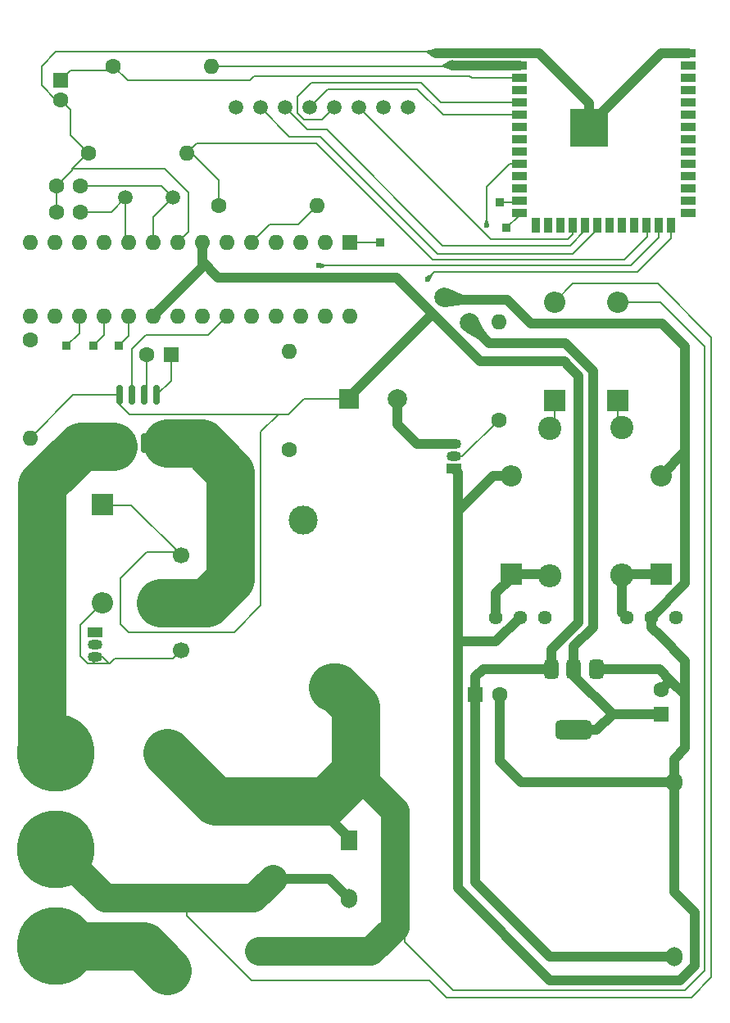
<source format=gbr>
%TF.GenerationSoftware,KiCad,Pcbnew,8.0.5*%
%TF.CreationDate,2024-10-29T06:52:38-03:00*%
%TF.ProjectId,WattSync,57617474-5379-46e6-932e-6b696361645f,rev?*%
%TF.SameCoordinates,Original*%
%TF.FileFunction,Copper,L1,Top*%
%TF.FilePolarity,Positive*%
%FSLAX46Y46*%
G04 Gerber Fmt 4.6, Leading zero omitted, Abs format (unit mm)*
G04 Created by KiCad (PCBNEW 8.0.5) date 2024-10-29 06:52:38*
%MOMM*%
%LPD*%
G01*
G04 APERTURE LIST*
G04 Aperture macros list*
%AMRoundRect*
0 Rectangle with rounded corners*
0 $1 Rounding radius*
0 $2 $3 $4 $5 $6 $7 $8 $9 X,Y pos of 4 corners*
0 Add a 4 corners polygon primitive as box body*
4,1,4,$2,$3,$4,$5,$6,$7,$8,$9,$2,$3,0*
0 Add four circle primitives for the rounded corners*
1,1,$1+$1,$2,$3*
1,1,$1+$1,$4,$5*
1,1,$1+$1,$6,$7*
1,1,$1+$1,$8,$9*
0 Add four rect primitives between the rounded corners*
20,1,$1+$1,$2,$3,$4,$5,0*
20,1,$1+$1,$4,$5,$6,$7,0*
20,1,$1+$1,$6,$7,$8,$9,0*
20,1,$1+$1,$8,$9,$2,$3,0*%
G04 Aperture macros list end*
%TA.AperFunction,ComponentPad*%
%ADD10C,1.500000*%
%TD*%
%TA.AperFunction,ComponentPad*%
%ADD11R,1.600000X1.600000*%
%TD*%
%TA.AperFunction,ComponentPad*%
%ADD12C,1.600000*%
%TD*%
%TA.AperFunction,ComponentPad*%
%ADD13R,0.850000X0.850000*%
%TD*%
%TA.AperFunction,ComponentPad*%
%ADD14R,1.500000X1.050000*%
%TD*%
%TA.AperFunction,ComponentPad*%
%ADD15O,1.500000X1.050000*%
%TD*%
%TA.AperFunction,ComponentPad*%
%ADD16O,1.600000X1.600000*%
%TD*%
%TA.AperFunction,ComponentPad*%
%ADD17R,2.200000X2.200000*%
%TD*%
%TA.AperFunction,ComponentPad*%
%ADD18O,2.200000X2.200000*%
%TD*%
%TA.AperFunction,SMDPad,CuDef*%
%ADD19RoundRect,0.375000X-0.375000X0.625000X-0.375000X-0.625000X0.375000X-0.625000X0.375000X0.625000X0*%
%TD*%
%TA.AperFunction,SMDPad,CuDef*%
%ADD20RoundRect,0.500000X-1.400000X0.500000X-1.400000X-0.500000X1.400000X-0.500000X1.400000X0.500000X0*%
%TD*%
%TA.AperFunction,ComponentPad*%
%ADD21C,2.400000*%
%TD*%
%TA.AperFunction,ComponentPad*%
%ADD22O,2.400000X2.400000*%
%TD*%
%TA.AperFunction,SMDPad,CuDef*%
%ADD23R,1.500000X0.900000*%
%TD*%
%TA.AperFunction,SMDPad,CuDef*%
%ADD24R,0.900000X1.500000*%
%TD*%
%TA.AperFunction,HeatsinkPad*%
%ADD25C,0.600000*%
%TD*%
%TA.AperFunction,SMDPad,CuDef*%
%ADD26R,3.900000X3.900000*%
%TD*%
%TA.AperFunction,CastellatedPad*%
%ADD27C,3.000000*%
%TD*%
%TA.AperFunction,ComponentPad*%
%ADD28C,3.000000*%
%TD*%
%TA.AperFunction,CastellatedPad*%
%ADD29C,1.700000*%
%TD*%
%TA.AperFunction,ComponentPad*%
%ADD30C,1.440000*%
%TD*%
%TA.AperFunction,ComponentPad*%
%ADD31R,2.000000X2.000000*%
%TD*%
%TA.AperFunction,ComponentPad*%
%ADD32C,2.000000*%
%TD*%
%TA.AperFunction,ComponentPad*%
%ADD33R,1.700000X2.000000*%
%TD*%
%TA.AperFunction,ComponentPad*%
%ADD34O,1.700000X2.000000*%
%TD*%
%TA.AperFunction,SMDPad,CuDef*%
%ADD35RoundRect,0.150000X0.150000X-0.825000X0.150000X0.825000X-0.150000X0.825000X-0.150000X-0.825000X0*%
%TD*%
%TA.AperFunction,ComponentPad*%
%ADD36C,8.000000*%
%TD*%
%TA.AperFunction,ComponentPad*%
%ADD37C,1.800000*%
%TD*%
%TA.AperFunction,CastellatedPad*%
%ADD38C,1.500000*%
%TD*%
%TA.AperFunction,ViaPad*%
%ADD39C,2.000000*%
%TD*%
%TA.AperFunction,ViaPad*%
%ADD40C,1.000000*%
%TD*%
%TA.AperFunction,ViaPad*%
%ADD41C,0.600000*%
%TD*%
%TA.AperFunction,Conductor*%
%ADD42C,1.000000*%
%TD*%
%TA.AperFunction,Conductor*%
%ADD43C,0.200000*%
%TD*%
%TA.AperFunction,Conductor*%
%ADD44C,5.000000*%
%TD*%
%TA.AperFunction,Conductor*%
%ADD45C,3.000000*%
%TD*%
G04 APERTURE END LIST*
D10*
%TO.P,Y1,1,1*%
%TO.N,Net-(U3-XTAL1{slash}PB6)*%
X83840000Y-52150000D03*
%TO.P,Y1,2,2*%
%TO.N,Net-(U3-XTAL2{slash}PB7)*%
X78960000Y-52150000D03*
%TD*%
D11*
%TO.P,C5,1*%
%TO.N,+3.3V*%
X134300000Y-105560000D03*
D12*
%TO.P,C5,2*%
%TO.N,GNDREF*%
X134300000Y-103060000D03*
%TD*%
D13*
%TO.P,RESET1,1,Pin_1*%
%TO.N,Net-(RESET1-Pin_1)*%
X105290000Y-56790000D03*
%TD*%
D14*
%TO.P,Q2,1,E*%
%TO.N,GNDREF*%
X75860000Y-97100000D03*
D15*
%TO.P,Q2,2,B*%
%TO.N,Net-(Q2-B)*%
X75860000Y-98370000D03*
%TO.P,Q2,3,C*%
%TO.N,Net-(D5-A)*%
X75860000Y-99640000D03*
%TD*%
D13*
%TO.P,17.1,1,Pin_1*%
%TO.N,Net-(17.1-Pin_1)*%
X72860000Y-67510000D03*
%TD*%
D12*
%TO.P,R6,1*%
%TO.N,Net-(Q1-B)*%
X117560000Y-75150000D03*
D16*
%TO.P,R6,2*%
%TO.N,Net-(U1-IO17)*%
X117560000Y-64990000D03*
%TD*%
D17*
%TO.P,D2,1,K*%
%TO.N,Net-(D2-K)*%
X134300000Y-91060000D03*
D18*
%TO.P,D2,2,A*%
%TO.N,GNDREF*%
X134300000Y-80900000D03*
%TD*%
D19*
%TO.P,U4,1,ADJ*%
%TO.N,GNDREF*%
X127600000Y-100910000D03*
%TO.P,U4,2,VO*%
%TO.N,+3.3V*%
X125300000Y-100910000D03*
D20*
X125300000Y-107210000D03*
D19*
%TO.P,U4,3,VI*%
%TO.N,+5V*%
X123000000Y-100910000D03*
%TD*%
D17*
%TO.P,D1,1,K*%
%TO.N,Net-(D1-K)*%
X118800000Y-91060000D03*
D18*
%TO.P,D1,2,A*%
%TO.N,GNDREF*%
X118800000Y-80900000D03*
%TD*%
D12*
%TO.P,R5,1*%
%TO.N,Net-(U1-EN)*%
X77720000Y-38560000D03*
D16*
%TO.P,R5,2*%
%TO.N,+3.3V*%
X87880000Y-38560000D03*
%TD*%
D13*
%TO.P,D-1,1,Pin_1*%
%TO.N,Net-(D-1-Pin_1)*%
X117650000Y-52680000D03*
%TD*%
D12*
%TO.P,R8,1*%
%TO.N,Net-(RESET1-Pin_1)*%
X69100000Y-66850000D03*
D16*
%TO.P,R8,2*%
%TO.N,+5V*%
X69100000Y-77010000D03*
%TD*%
D21*
%TO.P,R3,1*%
%TO.N,Net-(D4-K)*%
X130300000Y-75940000D03*
D22*
%TO.P,R3,2*%
%TO.N,Net-(D2-K)*%
X130300000Y-91180000D03*
%TD*%
D23*
%TO.P,U1,1,GND*%
%TO.N,GNDREF*%
X119650000Y-37240000D03*
%TO.P,U1,2,3V3*%
%TO.N,+3.3V*%
X119650000Y-38510000D03*
%TO.P,U1,3,EN*%
%TO.N,Net-(U1-EN)*%
X119650000Y-39780000D03*
%TO.P,U1,4,IO4*%
%TO.N,unconnected-(U1-IO4-Pad4)*%
X119650000Y-41050000D03*
%TO.P,U1,5,IO5*%
%TO.N,Net-(U1-IO5)*%
X119650000Y-42320000D03*
%TO.P,U1,6,IO6*%
%TO.N,Net-(U1-IO6)*%
X119650000Y-43590000D03*
%TO.P,U1,7,IO7*%
%TO.N,unconnected-(U1-IO7-Pad7)*%
X119650000Y-44860000D03*
%TO.P,U1,8,IO15*%
%TO.N,unconnected-(U1-IO15-Pad8)*%
X119650000Y-46130000D03*
%TO.P,U1,9,IO16*%
%TO.N,unconnected-(U1-IO16-Pad9)*%
X119650000Y-47400000D03*
%TO.P,U1,10,IO17*%
%TO.N,Net-(U1-IO17)*%
X119650000Y-48670000D03*
%TO.P,U1,11,IO18*%
%TO.N,unconnected-(U1-IO18-Pad11)*%
X119650000Y-49940000D03*
%TO.P,U1,12,IO8*%
%TO.N,unconnected-(U1-IO8-Pad12)*%
X119650000Y-51210000D03*
%TO.P,U1,13,IO19*%
%TO.N,Net-(D-1-Pin_1)*%
X119650000Y-52480000D03*
%TO.P,U1,14,IO20*%
%TO.N,Net-(D+1-Pin_1)*%
X119650000Y-53750000D03*
D24*
%TO.P,U1,15,IO3*%
%TO.N,unconnected-(U1-IO3-Pad15)*%
X121415000Y-55000000D03*
%TO.P,U1,16,IO46*%
%TO.N,unconnected-(U1-IO46-Pad16)*%
X122685000Y-55000000D03*
%TO.P,U1,17,IO9*%
%TO.N,unconnected-(U1-IO9-Pad17)*%
X123955000Y-55000000D03*
%TO.P,U1,18,IO10*%
%TO.N,Net-(U1-IO10)*%
X125225000Y-55000000D03*
%TO.P,U1,19,IO11*%
%TO.N,Net-(U1-IO11)*%
X126495000Y-55000000D03*
%TO.P,U1,20,IO12*%
%TO.N,Net-(U1-IO12)*%
X127765000Y-55000000D03*
%TO.P,U1,21,IO13*%
%TO.N,unconnected-(U1-IO13-Pad21)*%
X129035000Y-55000000D03*
%TO.P,U1,22,IO14*%
%TO.N,unconnected-(U1-IO14-Pad22)*%
X130305000Y-55000000D03*
%TO.P,U1,23,IO21*%
%TO.N,unconnected-(U1-IO21-Pad23)*%
X131575000Y-55000000D03*
%TO.P,U1,24,IO47*%
%TO.N,Net-(U1-IO47)*%
X132845000Y-55000000D03*
%TO.P,U1,25,IO48*%
%TO.N,Net-(U1-IO48)*%
X134115000Y-55000000D03*
%TO.P,U1,26,IO45*%
%TO.N,Net-(U1-IO45)*%
X135385000Y-55000000D03*
D23*
%TO.P,U1,27,IO0*%
%TO.N,unconnected-(U1-IO0-Pad27)*%
X137150000Y-53750000D03*
%TO.P,U1,28,IO35*%
%TO.N,unconnected-(U1-IO35-Pad28)*%
X137150000Y-52480000D03*
%TO.P,U1,29,IO36*%
%TO.N,unconnected-(U1-IO36-Pad29)*%
X137150000Y-51210000D03*
%TO.P,U1,30,IO37*%
%TO.N,unconnected-(U1-IO37-Pad30)*%
X137150000Y-49940000D03*
%TO.P,U1,31,IO38*%
%TO.N,unconnected-(U1-IO38-Pad31)*%
X137150000Y-48670000D03*
%TO.P,U1,32,IO39*%
%TO.N,unconnected-(U1-IO39-Pad32)*%
X137150000Y-47400000D03*
%TO.P,U1,33,IO40*%
%TO.N,unconnected-(U1-IO40-Pad33)*%
X137150000Y-46130000D03*
%TO.P,U1,34,IO41*%
%TO.N,unconnected-(U1-IO41-Pad34)*%
X137150000Y-44860000D03*
%TO.P,U1,35,IO42*%
%TO.N,unconnected-(U1-IO42-Pad35)*%
X137150000Y-43590000D03*
%TO.P,U1,36,RXD0*%
%TO.N,unconnected-(U1-RXD0-Pad36)*%
X137150000Y-42320000D03*
%TO.P,U1,37,TXD0*%
%TO.N,unconnected-(U1-TXD0-Pad37)*%
X137150000Y-41050000D03*
%TO.P,U1,38,IO2*%
%TO.N,unconnected-(U1-IO2-Pad38)*%
X137150000Y-39780000D03*
%TO.P,U1,39,IO1*%
%TO.N,unconnected-(U1-IO1-Pad39)*%
X137150000Y-38510000D03*
%TO.P,U1,40,GND*%
%TO.N,GNDREF*%
X137150000Y-37240000D03*
D25*
%TO.P,U1,41,GND*%
X125500000Y-44260000D03*
X125500000Y-45660000D03*
X126200000Y-43560000D03*
X126200000Y-44960000D03*
X126200000Y-46360000D03*
X126900000Y-44260000D03*
D26*
X126900000Y-44960000D03*
D25*
X126900000Y-45660000D03*
X127600000Y-43560000D03*
X127600000Y-44960000D03*
X127600000Y-46360000D03*
X128300000Y-44260000D03*
X128300000Y-45660000D03*
%TD*%
D12*
%TO.P,R1,1*%
%TO.N,Net-(U1-IO47)*%
X88590000Y-53000000D03*
D16*
%TO.P,R1,2*%
%TO.N,Net-(U3-PD3)*%
X98750000Y-53000000D03*
%TD*%
D17*
%TO.P,D3,1,K*%
%TO.N,Net-(D3-K)*%
X123300000Y-73140000D03*
D18*
%TO.P,D3,2,A*%
%TO.N,Net-(D3-A)*%
X123300000Y-62980000D03*
%TD*%
D27*
%TO.P,K1,13*%
%TO.N,Net-(K1-Pad13)*%
X82360000Y-93830000D03*
D28*
%TO.P,K1,14*%
%TO.N,Net-(D4-A)*%
X100390000Y-102760000D03*
D27*
%TO.P,K1,15*%
%TO.N,N/C*%
X97300000Y-85510000D03*
D29*
%TO.P,K1,A1*%
%TO.N,+5V*%
X84710000Y-89120000D03*
%TO.P,K1,A2*%
%TO.N,Net-(D5-A)*%
X84710000Y-98990000D03*
%TD*%
D11*
%TO.P,U3,1,~{RESET}/PC6*%
%TO.N,Net-(RESET1-Pin_1)*%
X102130000Y-56800000D03*
D16*
%TO.P,U3,2,PD0*%
%TO.N,unconnected-(U3-PD0-Pad2)*%
X99590000Y-56800000D03*
%TO.P,U3,3,PD1*%
%TO.N,unconnected-(U3-PD1-Pad3)*%
X97050000Y-56800000D03*
%TO.P,U3,4,PD2*%
%TO.N,Net-(U3-PD2)*%
X94510000Y-56800000D03*
%TO.P,U3,5,PD3*%
%TO.N,Net-(U3-PD3)*%
X91970000Y-56800000D03*
%TO.P,U3,6,PD4*%
%TO.N,unconnected-(U3-PD4-Pad6)*%
X89430000Y-56800000D03*
%TO.P,U3,7,VCC*%
%TO.N,+5V*%
X86890000Y-56800000D03*
%TO.P,U3,8,GND*%
%TO.N,GNDREF*%
X84350000Y-56800000D03*
%TO.P,U3,9,XTAL1/PB6*%
%TO.N,Net-(U3-XTAL1{slash}PB6)*%
X81810000Y-56800000D03*
%TO.P,U3,10,XTAL2/PB7*%
%TO.N,Net-(U3-XTAL2{slash}PB7)*%
X79270000Y-56800000D03*
%TO.P,U3,11,PD5*%
%TO.N,unconnected-(U3-PD5-Pad11)*%
X76730000Y-56800000D03*
%TO.P,U3,12,PD6*%
%TO.N,unconnected-(U3-PD6-Pad12)*%
X74190000Y-56800000D03*
%TO.P,U3,13,PD7*%
%TO.N,unconnected-(U3-PD7-Pad13)*%
X71650000Y-56800000D03*
%TO.P,U3,14,PB0*%
%TO.N,unconnected-(U3-PB0-Pad14)*%
X69110000Y-56800000D03*
%TO.P,U3,15,PB1*%
%TO.N,unconnected-(U3-PB1-Pad15)*%
X69110000Y-64420000D03*
%TO.P,U3,16,PB2*%
%TO.N,unconnected-(U3-PB2-Pad16)*%
X71650000Y-64420000D03*
%TO.P,U3,17,PB3*%
%TO.N,Net-(17.1-Pin_1)*%
X74190000Y-64420000D03*
%TO.P,U3,18,PB4*%
%TO.N,Net-(18.1-Pin_1)*%
X76730000Y-64420000D03*
%TO.P,U3,19,PB5*%
%TO.N,Net-(19.1-Pin_1)*%
X79270000Y-64420000D03*
%TO.P,U3,20,AVCC*%
%TO.N,+5V*%
X81810000Y-64420000D03*
%TO.P,U3,21,AREF*%
%TO.N,unconnected-(U3-AREF-Pad21)*%
X84350000Y-64420000D03*
%TO.P,U3,22,GND*%
%TO.N,GNDREF*%
X86890000Y-64420000D03*
%TO.P,U3,23,PC0*%
%TO.N,Net-(U2-VIOUT)*%
X89430000Y-64420000D03*
%TO.P,U3,24,PC1*%
%TO.N,Net-(U1-IO48)*%
X91970000Y-64420000D03*
%TO.P,U3,25,PC2*%
%TO.N,Net-(D1-K)*%
X94510000Y-64420000D03*
%TO.P,U3,26,PC3*%
%TO.N,Net-(D2-K)*%
X97050000Y-64420000D03*
%TO.P,U3,27,PC4*%
%TO.N,unconnected-(U3-PC4-Pad27)*%
X99590000Y-64420000D03*
%TO.P,U3,28,PC5*%
%TO.N,Net-(U1-IO45)*%
X102130000Y-64420000D03*
%TD*%
D30*
%TO.P,RV3,1,1*%
%TO.N,Net-(D1-K)*%
X117220000Y-95560000D03*
%TO.P,RV3,2,2*%
%TO.N,GNDREF*%
X119760000Y-95560000D03*
%TO.P,RV3,3,3*%
%TO.N,unconnected-(RV3-Pad3)*%
X122300000Y-95560000D03*
%TD*%
D11*
%TO.P,C6,1*%
%TO.N,Net-(U1-EN)*%
X72300000Y-40060000D03*
D12*
%TO.P,C6,2*%
%TO.N,GNDREF*%
X72300000Y-42060000D03*
%TD*%
D14*
%TO.P,Q1,1,E*%
%TO.N,GNDREF*%
X112940000Y-80190000D03*
D15*
%TO.P,Q1,2,B*%
%TO.N,Net-(Q1-B)*%
X112940000Y-78920000D03*
%TO.P,Q1,3,C*%
%TO.N,Net-(BZ1--)*%
X112940000Y-77650000D03*
%TD*%
D12*
%TO.P,C2,1*%
%TO.N,Net-(U3-XTAL2{slash}PB7)*%
X74310000Y-53630000D03*
%TO.P,C2,2*%
%TO.N,GNDREF*%
X71810000Y-53630000D03*
%TD*%
%TO.P,C1,1*%
%TO.N,Net-(U3-XTAL1{slash}PB6)*%
X74310000Y-50980000D03*
%TO.P,C1,2*%
%TO.N,GNDREF*%
X71810000Y-50980000D03*
%TD*%
D31*
%TO.P,BZ1,1,+*%
%TO.N,+5V*%
X102039216Y-72960000D03*
D32*
%TO.P,BZ1,2,-*%
%TO.N,Net-(BZ1--)*%
X107039216Y-72960000D03*
%TD*%
D12*
%TO.P,R2,1*%
%TO.N,GNDREF*%
X75130000Y-47560000D03*
D16*
%TO.P,R2,2*%
%TO.N,Net-(U1-IO47)*%
X85290000Y-47560000D03*
%TD*%
D12*
%TO.P,R7,1*%
%TO.N,Net-(Q2-B)*%
X95900000Y-78240000D03*
D16*
%TO.P,R7,2*%
%TO.N,Net-(U3-PD2)*%
X95900000Y-68080000D03*
%TD*%
D17*
%TO.P,D4,1,K*%
%TO.N,Net-(D4-K)*%
X129800000Y-73140000D03*
D18*
%TO.P,D4,2,A*%
%TO.N,Net-(D4-A)*%
X129800000Y-62980000D03*
%TD*%
D11*
%TO.P,C4,1*%
%TO.N,+5V*%
X115147349Y-103560000D03*
D12*
%TO.P,C4,2*%
%TO.N,GNDREF*%
X117647349Y-103560000D03*
%TD*%
D13*
%TO.P,19.1,1,Pin_1*%
%TO.N,Net-(19.1-Pin_1)*%
X78260000Y-67430000D03*
%TD*%
D21*
%TO.P,R4,1*%
%TO.N,Net-(D3-K)*%
X122800000Y-76060000D03*
D22*
%TO.P,R4,2*%
%TO.N,Net-(D1-K)*%
X122800000Y-91300000D03*
%TD*%
D33*
%TO.P,PS1,1,AC/L*%
%TO.N,Net-(D4-A)*%
X102042500Y-118602500D03*
D34*
%TO.P,PS1,2,AC/N*%
%TO.N,Net-(D3-A)*%
X102042500Y-124602500D03*
%TO.P,PS1,3,-Vout*%
%TO.N,GNDREF*%
X135642500Y-112602500D03*
%TO.P,PS1,4,+Vout*%
%TO.N,+5V*%
X135642500Y-130602500D03*
%TD*%
D17*
%TO.P,D5,1,K*%
%TO.N,+5V*%
X76610000Y-83910000D03*
D18*
%TO.P,D5,2,A*%
%TO.N,Net-(D5-A)*%
X76610000Y-94070000D03*
%TD*%
D35*
%TO.P,U2,1,IP+*%
%TO.N,Net-(J1-EARTH)*%
X78395000Y-77535000D03*
%TO.P,U2,2,IP+*%
X79665000Y-77535000D03*
%TO.P,U2,3,IP-*%
%TO.N,Net-(K1-Pad13)*%
X80935000Y-77535000D03*
%TO.P,U2,4,IP-*%
X82205000Y-77535000D03*
%TO.P,U2,5,GND*%
%TO.N,GNDREF*%
X82205000Y-72585000D03*
%TO.P,U2,6,FILTER*%
%TO.N,Net-(U2-FILTER)*%
X80935000Y-72585000D03*
%TO.P,U2,7,VIOUT*%
%TO.N,Net-(U2-VIOUT)*%
X79665000Y-72585000D03*
%TO.P,U2,8,VCC*%
%TO.N,+5V*%
X78395000Y-72585000D03*
%TD*%
D13*
%TO.P,18.1,1,Pin_1*%
%TO.N,Net-(18.1-Pin_1)*%
X75650000Y-67470000D03*
%TD*%
D30*
%TO.P,RV2,1,1*%
%TO.N,Net-(D2-K)*%
X130760000Y-95560000D03*
%TO.P,RV2,2,2*%
%TO.N,GNDREF*%
X133300000Y-95560000D03*
%TO.P,RV2,3,3*%
%TO.N,unconnected-(RV2-Pad3)*%
X135840000Y-95560000D03*
%TD*%
D36*
%TO.P,J1,1,AC_P*%
%TO.N,Net-(J1-AC_P)*%
X71800000Y-129560000D03*
%TO.P,J1,2,AC_N*%
%TO.N,Net-(D3-A)*%
X71800000Y-119560000D03*
%TO.P,J1,3,EARTH*%
%TO.N,Net-(J1-EARTH)*%
X71800000Y-109560000D03*
%TD*%
D11*
%TO.P,C3,1*%
%TO.N,GNDREF*%
X83665113Y-68410000D03*
D12*
%TO.P,C3,2*%
%TO.N,Net-(U2-FILTER)*%
X81165113Y-68410000D03*
%TD*%
D37*
%TO.P,RV1,1*%
%TO.N,Net-(D4-A)*%
X92800000Y-130060000D03*
%TO.P,RV1,2*%
%TO.N,Net-(D3-A)*%
X94200000Y-122560000D03*
%TD*%
D28*
%TO.P,F1,1*%
%TO.N,Net-(D4-A)*%
X83300000Y-109560000D03*
%TO.P,F1,2*%
%TO.N,Net-(J1-AC_P)*%
X83300000Y-132060000D03*
%TD*%
D13*
%TO.P,D+1,1,Pin_1*%
%TO.N,Net-(D+1-Pin_1)*%
X118330000Y-55310000D03*
%TD*%
D38*
%TO.P,U5,1,VCC*%
%TO.N,+3.3V*%
X108160000Y-42850000D03*
%TO.P,U5,2,GND*%
%TO.N,GNDREF*%
X105620000Y-42850000D03*
%TO.P,U5,3,CS*%
%TO.N,Net-(U1-IO10)*%
X103080000Y-42850000D03*
%TO.P,U5,4,RESET*%
%TO.N,Net-(U1-IO5)*%
X100540000Y-42850000D03*
%TO.P,U5,5,A0*%
%TO.N,Net-(U1-IO6)*%
X98000000Y-42850000D03*
%TO.P,U5,6,SDA*%
%TO.N,Net-(U1-IO11)*%
X95460000Y-42850000D03*
%TO.P,U5,7,SCK*%
%TO.N,Net-(U1-IO12)*%
X92920000Y-42850000D03*
%TO.P,U5,8,LED*%
%TO.N,+3.3V*%
X90380000Y-42850000D03*
%TD*%
D39*
%TO.N,+3.3V*%
X114500000Y-65140000D03*
D40*
X112730000Y-38450000D03*
D41*
%TO.N,Net-(U1-IO45)*%
X110200000Y-60570000D03*
D39*
%TO.N,GNDREF*%
X111930000Y-62490000D03*
D40*
X111020000Y-37240000D03*
D41*
%TO.N,Net-(U1-IO48)*%
X98960000Y-59210000D03*
%TO.N,Net-(U1-IO17)*%
X116300000Y-55060000D03*
%TD*%
D42*
%TO.N,+3.3V*%
X134300000Y-105560000D02*
X129300000Y-105560000D01*
D43*
X112730000Y-38450000D02*
X112730000Y-38510000D01*
D42*
X125300000Y-107210000D02*
X127650000Y-107210000D01*
X125300000Y-98560000D02*
X125300000Y-100910000D01*
X127300000Y-96560000D02*
X125300000Y-98560000D01*
X125300000Y-101560000D02*
X125300000Y-100910000D01*
X116570000Y-67210000D02*
X124450000Y-67210000D01*
D43*
X112730000Y-38450000D02*
X112620000Y-38560000D01*
D42*
X112730000Y-38510000D02*
X119650000Y-38510000D01*
D43*
X112620000Y-38560000D02*
X87880000Y-38560000D01*
D42*
X124450000Y-67210000D02*
X127300000Y-70060000D01*
X127300000Y-70060000D02*
X127300000Y-96560000D01*
X127650000Y-107210000D02*
X129300000Y-105560000D01*
X114500000Y-65140000D02*
X116570000Y-67210000D01*
X129300000Y-105560000D02*
X125300000Y-101560000D01*
%TO.N,Net-(BZ1--)*%
X109130000Y-77660000D02*
X107039216Y-75569216D01*
X112930000Y-77660000D02*
X109130000Y-77660000D01*
X107039216Y-75569216D02*
X107039216Y-72960000D01*
X112940000Y-77650000D02*
X112930000Y-77660000D01*
D43*
%TO.N,+5V*%
X73525000Y-72585000D02*
X78395000Y-72585000D01*
X69100000Y-77010000D02*
X73525000Y-72585000D01*
X78490000Y-96290000D02*
X79270000Y-97070000D01*
D42*
X86890000Y-58740000D02*
X86890000Y-56800000D01*
X115147349Y-122907349D02*
X122842500Y-130602500D01*
D43*
X79270000Y-97070000D02*
X90224314Y-97070000D01*
X78490000Y-91480000D02*
X78490000Y-96290000D01*
D42*
X125800000Y-96060000D02*
X123000000Y-98860000D01*
D43*
X81160000Y-88810000D02*
X78490000Y-91480000D01*
X90224314Y-97070000D02*
X92960000Y-94334314D01*
D42*
X110685000Y-64155000D02*
X106940000Y-60410000D01*
X117130000Y-69060000D02*
X115590000Y-69060000D01*
X124300000Y-69060000D02*
X118300000Y-69060000D01*
D43*
X84560000Y-88810000D02*
X81160000Y-88810000D01*
D42*
X115950000Y-100910000D02*
X123000000Y-100910000D01*
X125800000Y-70560000D02*
X124800000Y-69560000D01*
X102039216Y-72960000D02*
X102039216Y-72800784D01*
D43*
X92960000Y-76400000D02*
X94800000Y-74560000D01*
X95800000Y-74560000D02*
X97400000Y-72960000D01*
D42*
X115147349Y-103560000D02*
X115147349Y-122907349D01*
X115147349Y-101712651D02*
X115950000Y-100910000D01*
X102039216Y-72800784D02*
X110685000Y-64155000D01*
X124800000Y-69560000D02*
X124300000Y-69060000D01*
X122842500Y-130602500D02*
X135642500Y-130602500D01*
X115147349Y-103560000D02*
X115147349Y-101712651D01*
X115590000Y-69060000D02*
X110685000Y-64155000D01*
D43*
X92960000Y-94334314D02*
X92960000Y-76400000D01*
X69100000Y-77310000D02*
X69100000Y-77010000D01*
D42*
X88550000Y-60400000D02*
X86890000Y-58740000D01*
D43*
X84710000Y-88960000D02*
X84560000Y-88810000D01*
X94800000Y-74560000D02*
X79395001Y-74560000D01*
X79590000Y-83980000D02*
X84710000Y-89100000D01*
X78395000Y-73559999D02*
X78395000Y-72585000D01*
X69110000Y-77320000D02*
X69100000Y-77310000D01*
D42*
X125800000Y-71560000D02*
X125800000Y-70560000D01*
D43*
X79395001Y-74560000D02*
X78395000Y-73559999D01*
X94800000Y-74560000D02*
X95800000Y-74560000D01*
D42*
X86890000Y-58740000D02*
X86890000Y-59340000D01*
D43*
X76680000Y-83980000D02*
X79590000Y-83980000D01*
X84710000Y-89100000D02*
X84710000Y-88960000D01*
D42*
X106940000Y-60410000D02*
X88550000Y-60410000D01*
X125800000Y-71560000D02*
X125800000Y-96060000D01*
X118300000Y-69060000D02*
X116180000Y-69060000D01*
D43*
X76610000Y-83910000D02*
X76680000Y-83980000D01*
D42*
X88550000Y-60410000D02*
X88550000Y-60400000D01*
D43*
X97400000Y-72960000D02*
X102039216Y-72960000D01*
D42*
X86890000Y-59340000D02*
X81810000Y-64420000D01*
X123000000Y-98860000D02*
X123000000Y-100910000D01*
D43*
%TO.N,Net-(U3-XTAL1{slash}PB6)*%
X81810000Y-54180000D02*
X81810000Y-56800000D01*
X83870000Y-52180000D02*
X83840000Y-52150000D01*
X83840000Y-52150000D02*
X81810000Y-54180000D01*
X82670000Y-50980000D02*
X83840000Y-52150000D01*
X74310000Y-50980000D02*
X82670000Y-50980000D01*
%TO.N,Net-(U1-IO45)*%
X110890000Y-59880000D02*
X110200000Y-60570000D01*
X135385000Y-55000000D02*
X135385000Y-56375000D01*
X131880000Y-59880000D02*
X110890000Y-59880000D01*
X135385000Y-56375000D02*
X131880000Y-59880000D01*
D42*
%TO.N,GNDREF*%
X118420000Y-62710000D02*
X120900000Y-65190000D01*
X133300000Y-95560000D02*
X133300000Y-96560000D01*
D43*
X70300000Y-38560000D02*
X70300000Y-40560000D01*
X85450000Y-51640000D02*
X85450000Y-55700000D01*
D42*
X112700000Y-80200000D02*
X112710000Y-80190000D01*
D43*
X73300000Y-45730000D02*
X73300000Y-43060000D01*
D42*
X134300000Y-80900000D02*
X136800000Y-78400000D01*
X136800000Y-92060000D02*
X136800000Y-79560000D01*
D43*
X83665113Y-71124887D02*
X82205000Y-72585000D01*
X110840000Y-37060000D02*
X71800000Y-37060000D01*
D42*
X112150000Y-62710000D02*
X118420000Y-62710000D01*
X113300000Y-123560000D02*
X113300000Y-98060000D01*
X126900000Y-42440000D02*
X121700000Y-37240000D01*
D43*
X71810000Y-50980000D02*
X73450000Y-49340000D01*
D42*
X133300000Y-95560000D02*
X136800000Y-92060000D01*
X111930000Y-62490000D02*
X112150000Y-62710000D01*
X119760000Y-95560000D02*
X117260000Y-98060000D01*
X135300000Y-102060000D02*
X134300000Y-103060000D01*
D43*
X73450000Y-49210000D02*
X75100000Y-47560000D01*
X83020000Y-49210000D02*
X85450000Y-51640000D01*
D42*
X127600000Y-100910000D02*
X127600000Y-100760000D01*
D43*
X83665113Y-68410000D02*
X83665113Y-71124887D01*
D42*
X117647349Y-103560000D02*
X117647349Y-110407349D01*
X117260000Y-98060000D02*
X113300000Y-98060000D01*
X134150000Y-100910000D02*
X131800000Y-100910000D01*
X120900000Y-65190000D02*
X134430000Y-65190000D01*
X121700000Y-37240000D02*
X119650000Y-37240000D01*
X133300000Y-96560000D02*
X134300000Y-97560000D01*
D43*
X71800000Y-42060000D02*
X72300000Y-42060000D01*
X73450000Y-49210000D02*
X83020000Y-49210000D01*
X71800000Y-37060000D02*
X70300000Y-38560000D01*
X75100000Y-47560000D02*
X75130000Y-47560000D01*
X85450000Y-55700000D02*
X84350000Y-56800000D01*
D42*
X135642500Y-112602500D02*
X135642500Y-123902500D01*
X135642500Y-123902500D02*
X137800000Y-126060000D01*
X134430000Y-65190000D02*
X136800000Y-67560000D01*
X127600000Y-100910000D02*
X131800000Y-100910000D01*
X113300000Y-98060000D02*
X113300000Y-84560000D01*
X136800000Y-109060000D02*
X136800000Y-103560000D01*
X135642500Y-110217500D02*
X136800000Y-109060000D01*
X117647349Y-110407349D02*
X119842500Y-112602500D01*
X137800000Y-131560000D02*
X136300000Y-133060000D01*
X136300000Y-133060000D02*
X122800000Y-133060000D01*
D43*
X75130000Y-47560000D02*
X73300000Y-45730000D01*
X73450000Y-49340000D02*
X73450000Y-49210000D01*
D42*
X136800000Y-103560000D02*
X135300000Y-102060000D01*
D43*
X73300000Y-43060000D02*
X72300000Y-42060000D01*
D42*
X135300000Y-102060000D02*
X134150000Y-100910000D01*
X136800000Y-67560000D02*
X136800000Y-79560000D01*
X113300000Y-84560000D02*
X116960000Y-80900000D01*
X137800000Y-126060000D02*
X137800000Y-131560000D01*
X126900000Y-44660000D02*
X126900000Y-42440000D01*
X134320000Y-37240000D02*
X126900000Y-44660000D01*
D43*
X71810000Y-50980000D02*
X71810000Y-53630000D01*
D42*
X111020000Y-37240000D02*
X119650000Y-37240000D01*
X113300000Y-80550000D02*
X113300000Y-84560000D01*
X112710000Y-80190000D02*
X112940000Y-80190000D01*
X137150000Y-37240000D02*
X134320000Y-37240000D01*
X134300000Y-97560000D02*
X136800000Y-100060000D01*
X136800000Y-78400000D02*
X136800000Y-79560000D01*
D43*
X111020000Y-37240000D02*
X110840000Y-37060000D01*
D42*
X136800000Y-100060000D02*
X136800000Y-103560000D01*
X116960000Y-80900000D02*
X118800000Y-80900000D01*
X119842500Y-112602500D02*
X135642500Y-112602500D01*
X122800000Y-133060000D02*
X113300000Y-123560000D01*
X112940000Y-80190000D02*
X113300000Y-80550000D01*
X135642500Y-112602500D02*
X135642500Y-110217500D01*
D43*
X70300000Y-40560000D02*
X71800000Y-42060000D01*
%TO.N,Net-(U3-XTAL2{slash}PB7)*%
X78960000Y-56490000D02*
X79270000Y-56800000D01*
X78960000Y-52150000D02*
X78960000Y-56490000D01*
X77480000Y-53630000D02*
X78960000Y-52150000D01*
X78660000Y-52570000D02*
X78970000Y-52260000D01*
X74310000Y-53630000D02*
X77480000Y-53630000D01*
%TO.N,Net-(U1-EN)*%
X114745686Y-39790000D02*
X114535686Y-39580000D01*
X72300000Y-40060000D02*
X73300000Y-39060000D01*
X73300000Y-39060000D02*
X77220000Y-39060000D01*
X79220000Y-40060000D02*
X77720000Y-38560000D01*
X91800000Y-40060000D02*
X79220000Y-40060000D01*
X119640000Y-39790000D02*
X114745686Y-39790000D01*
X119650000Y-39780000D02*
X119640000Y-39790000D01*
X92280000Y-39580000D02*
X91800000Y-40060000D01*
X114535686Y-39580000D02*
X92280000Y-39580000D01*
X77220000Y-39060000D02*
X77720000Y-38560000D01*
%TO.N,Net-(D1-K)*%
X118800000Y-91060000D02*
X118800000Y-91480000D01*
X122560000Y-91060000D02*
X122670000Y-90950000D01*
D42*
X118800000Y-91060000D02*
X122560000Y-91060000D01*
X118800000Y-91480000D02*
X117220000Y-93060000D01*
D43*
X122560000Y-91060000D02*
X122800000Y-91300000D01*
D42*
X117220000Y-95560000D02*
X117220000Y-93060000D01*
D43*
%TO.N,Net-(D2-K)*%
X130300000Y-95100000D02*
X130760000Y-95560000D01*
X130420000Y-91060000D02*
X130300000Y-91180000D01*
X134180000Y-91180000D02*
X134300000Y-91060000D01*
D42*
X130300000Y-91180000D02*
X130300000Y-95100000D01*
X134300000Y-91060000D02*
X130420000Y-91060000D01*
D43*
X130760000Y-91640000D02*
X130300000Y-91180000D01*
%TO.N,Net-(D3-K)*%
X123300000Y-75560000D02*
X122800000Y-76060000D01*
X123300000Y-73140000D02*
X123300000Y-75560000D01*
%TO.N,Net-(U2-VIOUT)*%
X79665000Y-67815000D02*
X79665000Y-72585000D01*
X81100000Y-66380000D02*
X79665000Y-67815000D01*
X89430000Y-64420000D02*
X87470000Y-66380000D01*
X87470000Y-66380000D02*
X81100000Y-66380000D01*
%TO.N,Net-(D4-K)*%
X129800000Y-73140000D02*
X129800000Y-75440000D01*
X129800000Y-75440000D02*
X130300000Y-75940000D01*
%TO.N,Net-(17.1-Pin_1)*%
X74190000Y-66180000D02*
X72860000Y-67510000D01*
X74190000Y-64420000D02*
X74190000Y-66180000D01*
%TO.N,Net-(18.1-Pin_1)*%
X76730000Y-64420000D02*
X76730000Y-66390000D01*
X76730000Y-66390000D02*
X75650000Y-67470000D01*
%TO.N,Net-(19.1-Pin_1)*%
X79270000Y-64420000D02*
X79270000Y-66420000D01*
X79270000Y-66420000D02*
X78260000Y-67430000D01*
%TO.N,Net-(Q1-B)*%
X117560000Y-75150000D02*
X113790000Y-78920000D01*
X113790000Y-78920000D02*
X112940000Y-78920000D01*
%TO.N,Net-(U2-FILTER)*%
X81165113Y-68410000D02*
X81165113Y-72354887D01*
X81165113Y-72354887D02*
X80935000Y-72585000D01*
%TO.N,Net-(U1-IO12)*%
X111250000Y-58000000D02*
X125180000Y-58000000D01*
X95910000Y-45840000D02*
X99090000Y-45840000D01*
X92920000Y-42850000D02*
X95910000Y-45840000D01*
X99090000Y-45840000D02*
X111250000Y-58000000D01*
X125180000Y-58000000D02*
X127765000Y-55415000D01*
X127765000Y-55415000D02*
X127765000Y-54700000D01*
%TO.N,Net-(U1-IO5)*%
X111530000Y-42310000D02*
X109510000Y-40290000D01*
X97430000Y-44120000D02*
X99270000Y-44120000D01*
X98160000Y-40290000D02*
X96720000Y-41730000D01*
X96720000Y-43410000D02*
X97430000Y-44120000D01*
X99270000Y-44120000D02*
X100540000Y-42850000D01*
X119650000Y-42320000D02*
X119640000Y-42310000D01*
X119640000Y-42310000D02*
X111530000Y-42310000D01*
X96720000Y-41730000D02*
X96720000Y-43410000D01*
X109510000Y-40290000D02*
X98160000Y-40290000D01*
%TO.N,Net-(U1-IO6)*%
X99900000Y-40950000D02*
X98000000Y-42850000D01*
X109100000Y-40950000D02*
X99900000Y-40950000D01*
X119650000Y-43590000D02*
X119620000Y-43620000D01*
X119620000Y-43620000D02*
X111770000Y-43620000D01*
X111770000Y-43620000D02*
X109100000Y-40950000D01*
%TO.N,Net-(U1-IO11)*%
X126495000Y-55530000D02*
X124915000Y-57110000D01*
X97760000Y-45150000D02*
X95460000Y-42850000D01*
X99770000Y-45150000D02*
X97760000Y-45150000D01*
X124915000Y-57110000D02*
X111730000Y-57110000D01*
X126495000Y-54700000D02*
X126495000Y-55530000D01*
X111730000Y-57110000D02*
X99770000Y-45150000D01*
%TO.N,Net-(U1-IO10)*%
X125225000Y-55915000D02*
X124660000Y-56480000D01*
X124660000Y-56480000D02*
X116710000Y-56480000D01*
X116710000Y-56480000D02*
X103080000Y-42850000D01*
X125225000Y-54700000D02*
X125225000Y-55915000D01*
%TO.N,Net-(U3-PD3)*%
X93860000Y-54910000D02*
X91970000Y-56800000D01*
X96840000Y-54910000D02*
X93860000Y-54910000D01*
X98750000Y-53000000D02*
X96840000Y-54910000D01*
%TO.N,Net-(U1-IO47)*%
X88590000Y-50360000D02*
X85790000Y-47560000D01*
X132920000Y-56220000D02*
X132920000Y-55075000D01*
X85290000Y-47560000D02*
X86290000Y-46560000D01*
X88590000Y-53000000D02*
X88590000Y-50360000D01*
X98710000Y-46560000D02*
X110730000Y-58580000D01*
X132920000Y-55075000D02*
X132845000Y-55000000D01*
X86290000Y-46560000D02*
X98710000Y-46560000D01*
X130560000Y-58580000D02*
X132920000Y-56220000D01*
X85790000Y-47560000D02*
X85290000Y-47560000D01*
X110730000Y-58580000D02*
X130560000Y-58580000D01*
%TO.N,Net-(U1-IO48)*%
X98960000Y-59210000D02*
X131200000Y-59210000D01*
X131200000Y-59210000D02*
X134115000Y-56295000D01*
X134115000Y-56295000D02*
X134115000Y-55000000D01*
%TO.N,Net-(D-1-Pin_1)*%
X119450000Y-52680000D02*
X119650000Y-52480000D01*
X117650000Y-52680000D02*
X119450000Y-52680000D01*
%TO.N,Net-(D+1-Pin_1)*%
X119650000Y-53990000D02*
X118330000Y-55310000D01*
X119650000Y-53750000D02*
X119650000Y-53990000D01*
%TO.N,Net-(RESET1-Pin_1)*%
X102130000Y-56800000D02*
X105280000Y-56800000D01*
X105280000Y-56800000D02*
X105290000Y-56790000D01*
D44*
%TO.N,Net-(J1-EARTH)*%
X74350000Y-77880000D02*
X77670000Y-77880000D01*
X70360000Y-81870000D02*
X74350000Y-77880000D01*
X71800000Y-109560000D02*
X70360000Y-108120000D01*
X70360000Y-108120000D02*
X70360000Y-81870000D01*
D42*
%TO.N,Net-(D3-A)*%
X94200000Y-122560000D02*
X100000000Y-122560000D01*
D43*
X92000000Y-133060000D02*
X85300000Y-126360000D01*
D45*
X84570000Y-124560000D02*
X92200000Y-124560000D01*
X76800000Y-124560000D02*
X84570000Y-124560000D01*
D42*
X100000000Y-122560000D02*
X102042500Y-124602500D01*
D43*
X125220000Y-61060000D02*
X133980000Y-61060000D01*
X112150000Y-134870000D02*
X110340000Y-133060000D01*
X133980000Y-61060000D02*
X139530000Y-66610000D01*
D45*
X92200000Y-124560000D02*
X94200000Y-122560000D01*
D43*
X85300000Y-125290000D02*
X84570000Y-124560000D01*
X123300000Y-62980000D02*
X125220000Y-61060000D01*
D45*
X71800000Y-119560000D02*
X76800000Y-124560000D01*
D43*
X137420000Y-134870000D02*
X112150000Y-134870000D01*
X139530000Y-66610000D02*
X139530000Y-132760000D01*
X139530000Y-132760000D02*
X137420000Y-134870000D01*
X85300000Y-126360000D02*
X85300000Y-125290000D01*
X110340000Y-133060000D02*
X92000000Y-133060000D01*
%TO.N,Net-(D4-A)*%
X107830000Y-129090000D02*
X112800000Y-134060000D01*
X112800000Y-134060000D02*
X136800000Y-134060000D01*
D45*
X92800000Y-130060000D02*
X104300000Y-130060000D01*
D43*
X134220000Y-62980000D02*
X129800000Y-62980000D01*
X136800000Y-134060000D02*
X138800000Y-132060000D01*
D45*
X106800000Y-127560000D02*
X106800000Y-115560000D01*
D44*
X99720000Y-114560000D02*
X102760000Y-111520000D01*
X102760000Y-104810000D02*
X100710000Y-102760000D01*
D42*
X102042500Y-118317500D02*
X98910000Y-115185000D01*
D43*
X107830000Y-129090000D02*
X107830000Y-128590000D01*
D44*
X102760000Y-111520000D02*
X102760000Y-104810000D01*
X100710000Y-102760000D02*
X100390000Y-102760000D01*
D42*
X98910000Y-115185000D02*
X98910000Y-114560000D01*
D43*
X107830000Y-128590000D02*
X106800000Y-127560000D01*
X138800000Y-132060000D02*
X138800000Y-67560000D01*
D45*
X104300000Y-130060000D02*
X106800000Y-127560000D01*
D43*
X102042500Y-118602500D02*
X102042500Y-118317500D01*
D44*
X98910000Y-114560000D02*
X88300000Y-114560000D01*
D45*
X106800000Y-115560000D02*
X102760000Y-111520000D01*
D44*
X88300000Y-114560000D02*
X83300000Y-109560000D01*
X98910000Y-114560000D02*
X99720000Y-114560000D01*
D43*
X138800000Y-67560000D02*
X134220000Y-62980000D01*
D44*
%TO.N,Net-(J1-AC_P)*%
X71800000Y-129560000D02*
X80800000Y-129560000D01*
X80800000Y-129560000D02*
X83300000Y-132060000D01*
D43*
%TO.N,Net-(U1-IO17)*%
X119650000Y-48670000D02*
X119650000Y-48370000D01*
X116300000Y-51060000D02*
X118690000Y-48670000D01*
X116300000Y-55060000D02*
X116300000Y-51060000D01*
X118690000Y-48670000D02*
X119650000Y-48670000D01*
%TO.N,Net-(D5-A)*%
X75860000Y-99640000D02*
X75860000Y-100060000D01*
X76560000Y-99640000D02*
X75860000Y-99640000D01*
X75090000Y-100350000D02*
X74300000Y-99560000D01*
X74300000Y-96380000D02*
X76610000Y-94070000D01*
X74300000Y-99560000D02*
X74300000Y-96380000D01*
X84380000Y-98640000D02*
X84710000Y-98970000D01*
X75570000Y-100350000D02*
X75090000Y-100350000D01*
X83870000Y-99830000D02*
X77890000Y-99830000D01*
X84710000Y-98990000D02*
X83870000Y-99830000D01*
X77270000Y-100350000D02*
X75570000Y-100350000D01*
X77370000Y-100350000D02*
X77270000Y-100350000D01*
X84710000Y-98970000D02*
X84710000Y-98990000D01*
X77270000Y-100350000D02*
X76560000Y-99640000D01*
X75860000Y-100060000D02*
X75570000Y-100350000D01*
X77890000Y-99830000D02*
X77370000Y-100350000D01*
D44*
%TO.N,Net-(K1-Pad13)*%
X89800000Y-91560000D02*
X87300000Y-94060000D01*
X87300000Y-94060000D02*
X82610000Y-94060000D01*
D43*
X80935000Y-77535000D02*
X82205000Y-77535000D01*
D44*
X89800000Y-80560000D02*
X89800000Y-91560000D01*
D45*
X83275000Y-77535000D02*
X83300000Y-77560000D01*
X82205000Y-77535000D02*
X83275000Y-77535000D01*
D44*
X83300000Y-77560000D02*
X86800000Y-77560000D01*
X86800000Y-77560000D02*
X89800000Y-80560000D01*
%TD*%
%TA.AperFunction,Conductor*%
%TO.N,GNDREF*%
G36*
X113878971Y-62207026D02*
G01*
X113885329Y-62213330D01*
X113886239Y-62217854D01*
X113886239Y-63199855D01*
X113882812Y-63208128D01*
X113876197Y-63211437D01*
X111943344Y-63488089D01*
X111934669Y-63485869D01*
X111930104Y-63478165D01*
X111929986Y-63476526D01*
X111929002Y-62492336D01*
X111929897Y-62487839D01*
X112308219Y-61576867D01*
X112314556Y-61570542D01*
X112323453Y-61570527D01*
X113878971Y-62207026D01*
G37*
%TD.AperFunction*%
%TD*%
%TA.AperFunction,Conductor*%
%TO.N,GNDREF*%
G36*
X110827831Y-36781775D02*
G01*
X110832475Y-36787227D01*
X111017984Y-37232757D01*
X111018001Y-37241711D01*
X111015444Y-37245539D01*
X110673434Y-37586585D01*
X110665156Y-37590000D01*
X110658400Y-37587840D01*
X110656632Y-37586585D01*
X110242625Y-37292642D01*
X110060731Y-37163498D01*
X110055969Y-37155914D01*
X110055804Y-37153958D01*
X110055804Y-36969265D01*
X110059231Y-36960992D01*
X110064820Y-36957877D01*
X110818993Y-36780335D01*
X110827831Y-36781775D01*
G37*
%TD.AperFunction*%
%TD*%
%TA.AperFunction,Conductor*%
%TO.N,Net-(U1-IO45)*%
G36*
X110559339Y-60080812D02*
G01*
X110689187Y-60210660D01*
X110692614Y-60218933D01*
X110691523Y-60223867D01*
X110481877Y-60674670D01*
X110475281Y-60680726D01*
X110466824Y-60680559D01*
X110203815Y-60572563D01*
X110197463Y-60566251D01*
X110197436Y-60566184D01*
X110089440Y-60303175D01*
X110089467Y-60294220D01*
X110095326Y-60288124D01*
X110546134Y-60078475D01*
X110555079Y-60078095D01*
X110559339Y-60080812D01*
G37*
%TD.AperFunction*%
%TD*%
%TA.AperFunction,Conductor*%
%TO.N,Net-(U1-IO17)*%
G36*
X116400090Y-54463427D02*
G01*
X116402807Y-54467687D01*
X116573330Y-54934694D01*
X116572949Y-54943641D01*
X116566851Y-54949503D01*
X116304511Y-55059115D01*
X116295556Y-55059142D01*
X116295489Y-55059115D01*
X116033148Y-54949503D01*
X116026836Y-54943151D01*
X116026669Y-54934697D01*
X116197193Y-54467686D01*
X116203249Y-54461091D01*
X116208183Y-54460000D01*
X116391817Y-54460000D01*
X116400090Y-54463427D01*
G37*
%TD.AperFunction*%
%TD*%
%TA.AperFunction,Conductor*%
%TO.N,+3.3V*%
G36*
X115423412Y-64761218D02*
G01*
X115429025Y-64766118D01*
X115906273Y-65582379D01*
X116263210Y-66192866D01*
X116264428Y-66201736D01*
X116261383Y-66207043D01*
X115567043Y-66901383D01*
X115558770Y-66904810D01*
X115552866Y-66903210D01*
X114942379Y-66546273D01*
X114126118Y-66069025D01*
X114120705Y-66061891D01*
X114121208Y-66054459D01*
X114497438Y-65143782D01*
X114503764Y-65137446D01*
X114503767Y-65137444D01*
X115414459Y-64761209D01*
X115423412Y-64761218D01*
G37*
%TD.AperFunction*%
%TD*%
%TA.AperFunction,Conductor*%
%TO.N,+3.3V*%
G36*
X112543095Y-37999041D02*
G01*
X112543863Y-38000562D01*
X112729127Y-38445503D01*
X112729144Y-38454457D01*
X112729127Y-38454497D01*
X112542790Y-38902015D01*
X112536446Y-38908336D01*
X112528421Y-38908661D01*
X111760012Y-38662604D01*
X111753178Y-38656817D01*
X111751880Y-38651461D01*
X111751880Y-38466624D01*
X111755307Y-38458351D01*
X111757558Y-38456594D01*
X112527045Y-37995025D01*
X112535901Y-37993709D01*
X112543095Y-37999041D01*
G37*
%TD.AperFunction*%
%TD*%
%TA.AperFunction,Conductor*%
%TO.N,Net-(U1-IO48)*%
G36*
X99552313Y-59107193D02*
G01*
X99558909Y-59113249D01*
X99560000Y-59118183D01*
X99560000Y-59301816D01*
X99556573Y-59310089D01*
X99552313Y-59312806D01*
X99085305Y-59483330D01*
X99076358Y-59482949D01*
X99070496Y-59476851D01*
X98960883Y-59214509D01*
X98960857Y-59205556D01*
X98960862Y-59205542D01*
X99070496Y-58943147D01*
X99076848Y-58936836D01*
X99085302Y-58936669D01*
X99552313Y-59107193D01*
G37*
%TD.AperFunction*%
%TD*%
M02*

</source>
